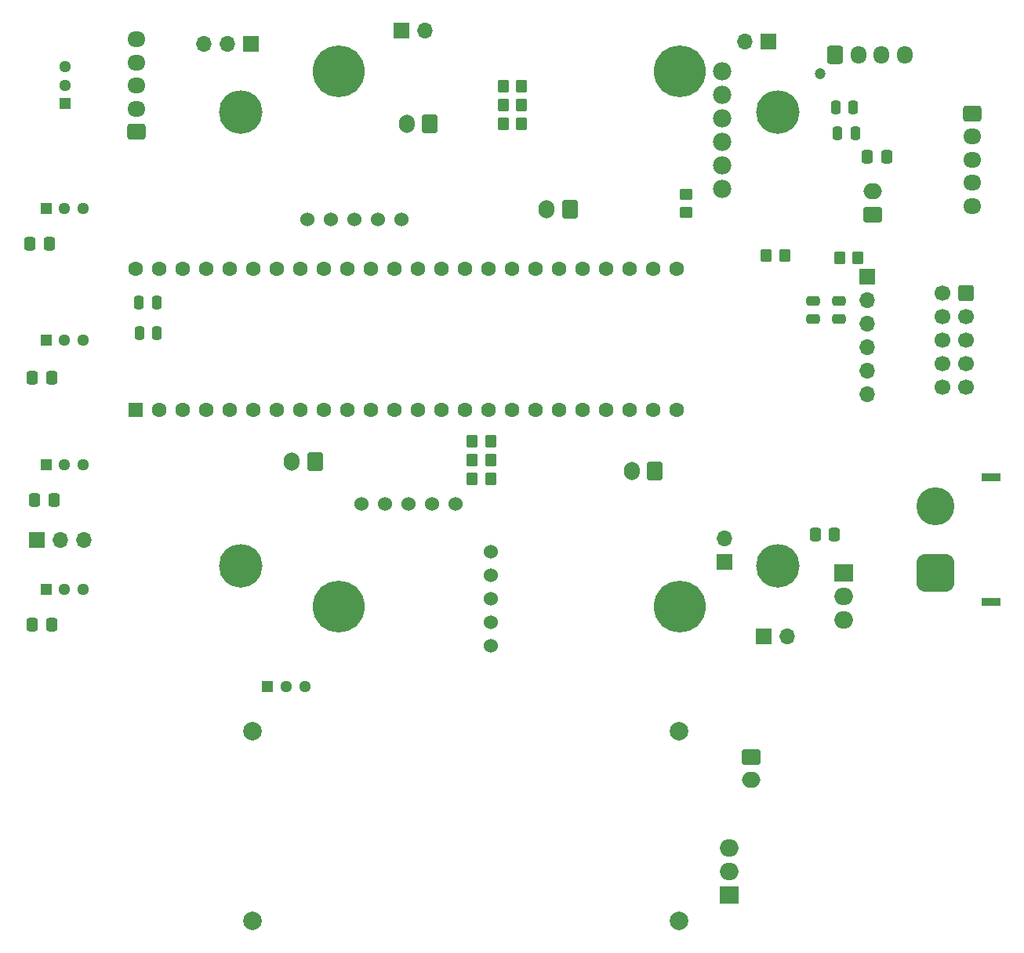
<source format=gbr>
%TF.GenerationSoftware,KiCad,Pcbnew,8.0.2*%
%TF.CreationDate,2025-02-26T22:39:00-05:00*%
%TF.ProjectId,MainPCB,4d61696e-5043-4422-9e6b-696361645f70,rev?*%
%TF.SameCoordinates,Original*%
%TF.FileFunction,Soldermask,Bot*%
%TF.FilePolarity,Negative*%
%FSLAX46Y46*%
G04 Gerber Fmt 4.6, Leading zero omitted, Abs format (unit mm)*
G04 Created by KiCad (PCBNEW 8.0.2) date 2025-02-26 22:39:00*
%MOMM*%
%LPD*%
G01*
G04 APERTURE LIST*
G04 Aperture macros list*
%AMRoundRect*
0 Rectangle with rounded corners*
0 $1 Rounding radius*
0 $2 $3 $4 $5 $6 $7 $8 $9 X,Y pos of 4 corners*
0 Add a 4 corners polygon primitive as box body*
4,1,4,$2,$3,$4,$5,$6,$7,$8,$9,$2,$3,0*
0 Add four circle primitives for the rounded corners*
1,1,$1+$1,$2,$3*
1,1,$1+$1,$4,$5*
1,1,$1+$1,$6,$7*
1,1,$1+$1,$8,$9*
0 Add four rect primitives between the rounded corners*
20,1,$1+$1,$2,$3,$4,$5,0*
20,1,$1+$1,$4,$5,$6,$7,0*
20,1,$1+$1,$6,$7,$8,$9,0*
20,1,$1+$1,$8,$9,$2,$3,0*%
G04 Aperture macros list end*
%ADD10RoundRect,0.250000X0.750000X-0.600000X0.750000X0.600000X-0.750000X0.600000X-0.750000X-0.600000X0*%
%ADD11O,2.000000X1.700000*%
%ADD12RoundRect,0.250000X0.350000X0.450000X-0.350000X0.450000X-0.350000X-0.450000X0.350000X-0.450000X0*%
%ADD13RoundRect,0.250000X-0.450000X0.350000X-0.450000X-0.350000X0.450000X-0.350000X0.450000X0.350000X0*%
%ADD14RoundRect,0.250000X-0.337500X-0.475000X0.337500X-0.475000X0.337500X0.475000X-0.337500X0.475000X0*%
%ADD15R,1.295400X1.295400*%
%ADD16C,1.295400*%
%ADD17RoundRect,0.250000X-0.725000X0.600000X-0.725000X-0.600000X0.725000X-0.600000X0.725000X0.600000X0*%
%ADD18O,1.950000X1.700000*%
%ADD19RoundRect,0.250000X0.725000X-0.600000X0.725000X0.600000X-0.725000X0.600000X-0.725000X-0.600000X0*%
%ADD20R,1.700000X1.700000*%
%ADD21O,1.700000X1.700000*%
%ADD22C,4.700000*%
%ADD23C,1.982000*%
%ADD24RoundRect,0.250000X0.600000X0.750000X-0.600000X0.750000X-0.600000X-0.750000X0.600000X-0.750000X0*%
%ADD25O,1.700000X2.000000*%
%ADD26C,5.600000*%
%ADD27C,1.524000*%
%ADD28RoundRect,0.250000X-0.750000X0.600000X-0.750000X-0.600000X0.750000X-0.600000X0.750000X0.600000X0*%
%ADD29R,2.000000X1.905000*%
%ADD30O,2.000000X1.905000*%
%ADD31C,1.200000*%
%ADD32RoundRect,0.250000X-0.600000X-0.725000X0.600000X-0.725000X0.600000X0.725000X-0.600000X0.725000X0*%
%ADD33O,1.700000X1.950000*%
%ADD34R,2.000000X0.900000*%
%ADD35RoundRect,1.025000X-1.025000X1.025000X-1.025000X-1.025000X1.025000X-1.025000X1.025000X1.025000X0*%
%ADD36C,4.100000*%
%ADD37C,2.000000*%
%ADD38R,1.600000X1.600000*%
%ADD39C,1.600000*%
%ADD40RoundRect,0.250000X0.337500X0.475000X-0.337500X0.475000X-0.337500X-0.475000X0.337500X-0.475000X0*%
%ADD41RoundRect,0.250000X-0.350000X-0.450000X0.350000X-0.450000X0.350000X0.450000X-0.350000X0.450000X0*%
%ADD42RoundRect,0.250000X0.250000X0.475000X-0.250000X0.475000X-0.250000X-0.475000X0.250000X-0.475000X0*%
%ADD43RoundRect,0.250000X-0.475000X0.250000X-0.475000X-0.250000X0.475000X-0.250000X0.475000X0.250000X0*%
%ADD44RoundRect,0.250000X0.600000X0.600000X-0.600000X0.600000X-0.600000X-0.600000X0.600000X-0.600000X0*%
%ADD45C,1.700000*%
G04 APERTURE END LIST*
D10*
%TO.C,M5*%
X139224000Y-86538000D03*
D11*
X139224000Y-84038000D03*
%TD*%
D12*
%TO.C,R25*%
X137668000Y-91186000D03*
X135668000Y-91186000D03*
%TD*%
%TO.C,R24*%
X129778000Y-90932000D03*
X127778000Y-90932000D03*
%TD*%
D13*
%TO.C,R23*%
X119126000Y-84344000D03*
X119126000Y-86344000D03*
%TD*%
D14*
%TO.C,C15*%
X138662500Y-80264000D03*
X140737500Y-80264000D03*
%TD*%
D15*
%TO.C,SW1*%
X52030000Y-74580000D03*
D16*
X52030000Y-72580000D03*
X52030000Y-70579999D03*
%TD*%
D17*
%TO.C,J16*%
X149980000Y-75610000D03*
D18*
X149980000Y-78110000D03*
X149980000Y-80610000D03*
X149980000Y-83110000D03*
X149980000Y-85610000D03*
%TD*%
D19*
%TO.C,J15*%
X59760000Y-77610000D03*
D18*
X59760000Y-75110000D03*
X59760000Y-72610000D03*
X59760000Y-70110000D03*
X59760000Y-67610000D03*
%TD*%
D20*
%TO.C,J13*%
X49030000Y-121670000D03*
D21*
X51570000Y-121670000D03*
X54110000Y-121670000D03*
%TD*%
D22*
%TO.C,H6*%
X129000000Y-75500000D03*
%TD*%
%TO.C,H4*%
X129000000Y-124500000D03*
%TD*%
%TO.C,H2*%
X71000000Y-75500000D03*
%TD*%
%TO.C,H1*%
X71000000Y-124500000D03*
%TD*%
D23*
%TO.C,U7*%
X122980000Y-71110000D03*
X122980000Y-73650000D03*
X122980000Y-76190000D03*
X122980000Y-78730000D03*
X122980000Y-81270000D03*
X122980000Y-83810000D03*
%TD*%
D24*
%TO.C,M3*%
X91440000Y-76708000D03*
D25*
X88940000Y-76708000D03*
%TD*%
D15*
%TO.C,SW3*%
X50000000Y-113538000D03*
D16*
X52000000Y-113538000D03*
X54000001Y-113538000D03*
%TD*%
D26*
%TO.C,H5*%
X118416000Y-71113000D03*
%TD*%
%TO.C,H3*%
X81584000Y-71113000D03*
%TD*%
D27*
%TO.C,U1*%
X78200000Y-87110000D03*
X80740000Y-87110000D03*
X83280000Y-87110000D03*
X85820000Y-87110000D03*
X88360000Y-87110000D03*
%TD*%
D15*
%TO.C,SW4*%
X50000000Y-100076000D03*
D16*
X52000000Y-100076000D03*
X54000001Y-100076000D03*
%TD*%
D28*
%TO.C,J14*%
X126090000Y-145150000D03*
D11*
X126090000Y-147650000D03*
%TD*%
D29*
%TO.C,U10*%
X136144000Y-125222000D03*
D30*
X136144000Y-127762000D03*
X136144000Y-130302000D03*
%TD*%
D20*
%TO.C,J4*%
X123220000Y-124070000D03*
D21*
X123220000Y-121530000D03*
%TD*%
D15*
%TO.C,SW5*%
X50000000Y-85852000D03*
D16*
X52000000Y-85852000D03*
X54000001Y-85852000D03*
%TD*%
D26*
%TO.C,H7*%
X81584000Y-128887000D03*
%TD*%
D31*
%TO.C,J2*%
X133588000Y-71325000D03*
D32*
X135188000Y-69325000D03*
D33*
X137688000Y-69325000D03*
X140188000Y-69325000D03*
X142688000Y-69325000D03*
%TD*%
D26*
%TO.C,H8*%
X118416000Y-128887000D03*
%TD*%
D29*
%TO.C,U6*%
X123715000Y-160060000D03*
D30*
X123715000Y-157520000D03*
X123715000Y-154980000D03*
%TD*%
D15*
%TO.C,SW6*%
X73910001Y-137520000D03*
D16*
X75910001Y-137520000D03*
X77910002Y-137520000D03*
%TD*%
D15*
%TO.C,SW2*%
X50000000Y-127000000D03*
D16*
X52000000Y-127000000D03*
X54000001Y-127000000D03*
%TD*%
D20*
%TO.C,J1*%
X138684000Y-93218000D03*
D21*
X138684000Y-95758000D03*
X138684000Y-98298000D03*
X138684000Y-100838000D03*
X138684000Y-103378000D03*
X138684000Y-105918000D03*
%TD*%
D24*
%TO.C,M4*%
X79040000Y-113270000D03*
D25*
X76540000Y-113270000D03*
%TD*%
D27*
%TO.C,U2*%
X98054000Y-122976000D03*
X98054000Y-125516000D03*
X98054000Y-128056000D03*
X98054000Y-130596000D03*
X98054000Y-133136000D03*
%TD*%
D34*
%TO.C,J5*%
X152004000Y-114916000D03*
X152004000Y-128416000D03*
D35*
X146004000Y-125266000D03*
D36*
X146004000Y-118066000D03*
%TD*%
D25*
%TO.C,M2*%
X104050000Y-86000000D03*
D24*
X106550000Y-86000000D03*
%TD*%
D37*
%TO.C,U3*%
X72310000Y-142370000D03*
X72310000Y-162870000D03*
X118310000Y-142370000D03*
X118310000Y-162870000D03*
%TD*%
D24*
%TO.C,M1*%
X115750000Y-114235000D03*
D25*
X113250000Y-114235000D03*
%TD*%
D38*
%TO.C,U12*%
X59690000Y-107620000D03*
D39*
X62230000Y-107620000D03*
X64770000Y-107620000D03*
X67310000Y-107620000D03*
X69850000Y-107620000D03*
X72390000Y-107620000D03*
X74930000Y-107620000D03*
X77470000Y-107620000D03*
X80010000Y-107620000D03*
X82550000Y-107620000D03*
X85090000Y-107620000D03*
X87630000Y-107620000D03*
X90170000Y-107620000D03*
X92710000Y-107620000D03*
X95250000Y-107620000D03*
X97790000Y-107620000D03*
X100330000Y-107620000D03*
X102870000Y-107620000D03*
X105410000Y-107620000D03*
X107950000Y-107620000D03*
X110490000Y-107620000D03*
X113030000Y-107620000D03*
X115570000Y-107620000D03*
X118110000Y-107620000D03*
X118110000Y-92380000D03*
X115570000Y-92380000D03*
X113030000Y-92380000D03*
X110490000Y-92380000D03*
X107950000Y-92380000D03*
X105410000Y-92380000D03*
X102870000Y-92380000D03*
X100330000Y-92380000D03*
X97790000Y-92380000D03*
X95250000Y-92380000D03*
X92710000Y-92380000D03*
X90170000Y-92380000D03*
X87630000Y-92380000D03*
X85090000Y-92380000D03*
X82550000Y-92380000D03*
X80010000Y-92380000D03*
X77470000Y-92380000D03*
X74930000Y-92380000D03*
X72390000Y-92380000D03*
X69850000Y-92380000D03*
X67310000Y-92380000D03*
X64770000Y-92380000D03*
X62230000Y-92380000D03*
X59690000Y-92380000D03*
%TD*%
D20*
%TO.C,J9*%
X127503000Y-132080000D03*
D21*
X130043000Y-132080000D03*
%TD*%
D20*
%TO.C,J8*%
X88375000Y-66630000D03*
D21*
X90915000Y-66630000D03*
%TD*%
D27*
%TO.C,U4*%
X94244000Y-117846000D03*
X91704000Y-117846000D03*
X89164000Y-117846000D03*
X86624000Y-117846000D03*
X84084000Y-117846000D03*
%TD*%
D40*
%TO.C,R2*%
X135128000Y-121070000D03*
X133053000Y-121070000D03*
%TD*%
D41*
%TO.C,R11*%
X99346000Y-76708000D03*
X101346000Y-76708000D03*
%TD*%
D14*
%TO.C,R3*%
X48238500Y-89662000D03*
X50313500Y-89662000D03*
%TD*%
D12*
%TO.C,R7*%
X97996000Y-113030000D03*
X95996000Y-113030000D03*
%TD*%
D42*
%TO.C,C9*%
X61910000Y-96012000D03*
X60010000Y-96012000D03*
%TD*%
%TO.C,C6*%
X137348000Y-77724000D03*
X135448000Y-77724000D03*
%TD*%
D14*
%TO.C,R4*%
X48492500Y-104140000D03*
X50567500Y-104140000D03*
%TD*%
D12*
%TO.C,R8*%
X98012000Y-115062000D03*
X96012000Y-115062000D03*
%TD*%
D20*
%TO.C,J11*%
X72121000Y-68072000D03*
D21*
X69581000Y-68072000D03*
X67041000Y-68072000D03*
%TD*%
D43*
%TO.C,C1*%
X132842000Y-95890000D03*
X132842000Y-97790000D03*
%TD*%
D14*
%TO.C,R6*%
X48746500Y-117348000D03*
X50821500Y-117348000D03*
%TD*%
D20*
%TO.C,J10*%
X128021000Y-67818000D03*
D21*
X125481000Y-67818000D03*
%TD*%
D12*
%TO.C,R9*%
X99346000Y-72644000D03*
X101346000Y-72644000D03*
%TD*%
D42*
%TO.C,C5*%
X137160000Y-74930000D03*
X135260000Y-74930000D03*
%TD*%
D14*
%TO.C,R5*%
X48492500Y-130810000D03*
X50567500Y-130810000D03*
%TD*%
D43*
%TO.C,C2*%
X135636000Y-95890000D03*
X135636000Y-97790000D03*
%TD*%
D12*
%TO.C,R10*%
X101346000Y-74676000D03*
X99346000Y-74676000D03*
%TD*%
D42*
%TO.C,C10*%
X61976000Y-99314000D03*
X60076000Y-99314000D03*
%TD*%
D44*
%TO.C,J6*%
X149352000Y-94996000D03*
D45*
X146812000Y-94996000D03*
X149352000Y-97536000D03*
X146812000Y-97536000D03*
X149352000Y-100076000D03*
X146812000Y-100076000D03*
X149352000Y-102616000D03*
X146812000Y-102616000D03*
X149352000Y-105156000D03*
X146812000Y-105156000D03*
%TD*%
D12*
%TO.C,R1*%
X98012000Y-110998000D03*
X96012000Y-110998000D03*
%TD*%
M02*

</source>
